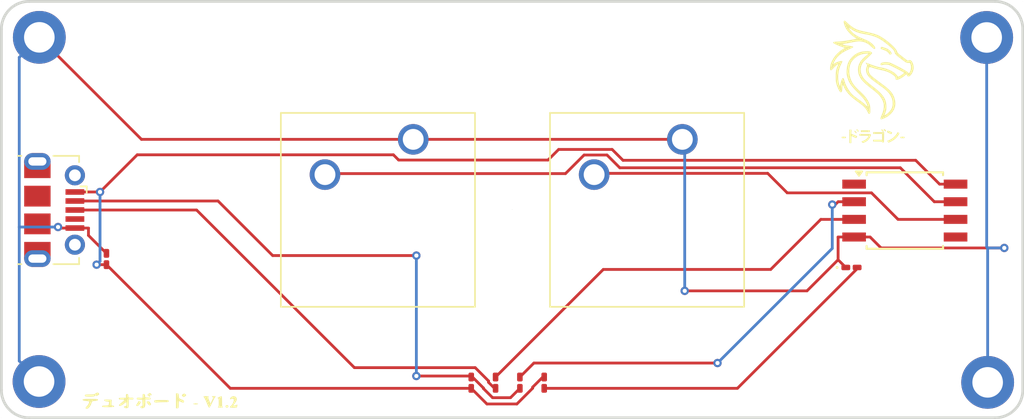
<source format=kicad_pcb>
(kicad_pcb (version 20240108) (generator "pcbnew") (generator_version "8.0")
  (title_block (title "DuoBoard - Layout") (date "2025-12-12") (company "Jannes W."))
  (layers (0 "F.Cu" signal) (31 "B.Cu" signal) (34 "B.Paste" user) (35 "F.Paste" user) (36 "B.SilkS" user "B.Silkscreen") (37 "F.SilkS" user "F.Silkscreen") (38 "B.Mask" user) (39 "F.Mask" user) (44 "Edge.Cuts" user))
  (net 0 "")
  (net 1 "+5V")
  (net 2 "GND")
  (net 3 "Net-(D1-A)")
  (net 7 "Net-(J1-D+)")
  (net 14 "Net-(J1-D-)")
  (net 15 "PB4")
  (net 16 "PB3")
  (net 19 "PB1")
  (net 20 "PB2")
  (footprint "Resistor_SMD:R_0201_0603Metric_Pad0.64x0.40mm_HandSolder" (layer "F.Cu") (at 147 119.40335 90)
    (property "Reference" "R3" (hide yes))
    (property "Value" "68" (hide yes))
    (pad "1" smd roundrect (at -0.4075 0 90) (size 0.635 0.4) (layers "F.Cu" "F.Mask") (net 14 "Net-(J1-D-)"))
    (pad "2" smd roundrect (at 0.4075 0 90) (size 0.635 0.4) (layers "F.Cu" "F.Mask") (net 16 "PB3"))
  )
  (footprint "LOGO" (layer "F.Cu") (at 121.61 121.01)
    (property "Reference" "G***" (hide yes))
    (property "Value" "LOGO" (hide yes))
  )
  (footprint "Resistor_SMD:R_0201_0603Metric_Pad0.64x0.40mm_HandSolder" (layer "F.Cu") (at 143.5 119.40335 90)
    (property "Reference" "R1" (hide yes))
    (property "Value" "1K" (hide yes))
    (pad "1" smd roundrect (at -0.4075 0 90) (size 0.635 0.4) (layers "F.Cu" "F.Mask") (net 1 "+5V"))
    (pad "2" smd roundrect (at 0.4075 0 90) (size 0.635 0.4) (layers "F.Cu" "F.Mask") (net 14 "Net-(J1-D-)"))
  )
  (footprint "Resistor_SMD:R_0201_0603Metric_Pad0.64x0.40mm_HandSolder" (layer "F.Cu") (at 145.25 119.40335 90)
    (property "Reference" "R2" (hide yes))
    (property "Value" "68" (hide yes))
    (pad "1" smd roundrect (at -0.4075 0 90) (size 0.635 0.4) (layers "F.Cu" "F.Mask") (net 7 "Net-(J1-D+)"))
    (pad "2" smd roundrect (at 0.4075 0 90) (size 0.635 0.4) (layers "F.Cu" "F.Mask") (net 15 "PB4"))
  )
  (footprint "Package_SO:SOIC-8W_5.3x5.3mm_P1.27mm" (layer "F.Cu") (at 174.7 107.00335)
    (property "Reference" "U1" (hide yes))
    (property "Value" "ATtiny85-20S" (hide yes))
    (pad "1" smd rect (at -3.65 -1.905) (size 1.7 0.65) (layers "F.Cu" "F.Paste" "F.Mask"))
    (pad "2" smd rect (at -3.65 -0.635) (size 1.7 0.65) (layers "F.Cu" "F.Paste" "F.Mask") (net 16 "PB3"))
    (pad "3" smd rect (at -3.65 0.635) (size 1.7 0.65) (layers "F.Cu" "F.Paste" "F.Mask") (net 15 "PB4"))
    (pad "4" smd rect (at -3.65 1.905) (size 1.7 0.65) (layers "F.Cu" "F.Paste" "F.Mask") (net 2 "GND"))
    (pad "5" smd rect (at 3.65 1.905) (size 1.7 0.65) (layers "F.Cu" "F.Paste" "F.Mask"))
    (pad "6" smd rect (at 3.65 0.635) (size 1.7 0.65) (layers "F.Cu" "F.Paste" "F.Mask") (net 19 "PB1"))
    (pad "7" smd rect (at 3.65 -0.635) (size 1.7 0.65) (layers "F.Cu" "F.Paste" "F.Mask") (net 20 "PB2"))
    (pad "8" smd rect (at 3.65 -1.905) (size 1.7 0.65) (layers "F.Cu" "F.Paste" "F.Mask") (net 1 "+5V"))
  )
  (footprint "LED_SMD:LED_0201_0603Metric_Pad0.64x0.40mm_HandSolder" (layer "F.Cu") (at 170.86 111.10335)
    (property "Reference" "D1" (hide yes))
    (property "Value" "LED" (hide yes))
    (pad "1" smd roundrect (at -0.4075 0) (size 0.635 0.4) (layers "F.Cu" "F.Mask") (net 2 "GND"))
    (pad "2" smd roundrect (at 0.4075 0) (size 0.635 0.4) (layers "F.Cu" "F.Mask") (net 3 "Net-(D1-A)"))
  )
  (footprint "LOGO" (layer "F.Cu") (at 172.42 97.63)
    (property "Reference" "G***" (hide yes))
    (property "Value" "LOGO" (hide yes))
  )
  (footprint "MountingHole:MountingHole_2.2mm_M2_DIN965_Pad" (layer "F.Cu") (at 112.42 94.52335)
    (property "Reference" "H2" (hide yes))
    (property "Value" "MountingHole_Pad" (hide yes))
    (pad "1" thru_hole circle (at 0 0) (size 3.8 3.8) (drill 2.2) (layers "*.Cu" "*.Mask") (net 2 "GND"))
  )
  (footprint "MountingHole:MountingHole_2.2mm_M2_DIN965_Pad" (layer "F.Cu") (at 112.4 119.32)
    (property "Reference" "H1" (hide yes))
    (property "Value" "MountingHole_Pad" (hide yes))
    (pad "1" thru_hole circle (at 0 0) (size 3.8 3.8) (drill 2.2) (layers "*.Cu" "*.Mask") (net 2 "GND"))
  )
  (footprint "MountingHole:MountingHole_2.2mm_M2_DIN965_Pad" (layer "F.Cu") (at 180.59 94.53335)
    (property "Reference" "H3" (hide yes))
    (property "Value" "MountingHole_Pad" (hide yes))
    (pad "1" thru_hole circle (at 0 0) (size 3.8 3.8) (drill 2.2) (layers "*.Cu" "*.Mask") (net 2 "GND"))
  )
  (footprint "Connector_USB:USB_Micro-B_Molex-105017-0001" (layer "F.Cu") (at 113.5175 106.96335 -90)
    (property "Reference" "J1" (hide yes))
    (property "Value" "USB_B_Micro" (hide yes))
    (pad "1" smd rect (at -1.3 -1.4625 270) (size 0.4 1.35) (layers "F.Cu" "F.Paste" "F.Mask") (net 1 "+5V"))
    (pad "2" smd rect (at -0.65 -1.4625 270) (size 0.4 1.35) (layers "F.Cu" "F.Paste" "F.Mask") (net 14 "Net-(J1-D-)"))
    (pad "3" smd rect (at 0 -1.4625 270) (size 0.4 1.35) (layers "F.Cu" "F.Paste" "F.Mask") (net 7 "Net-(J1-D+)"))
    (pad "4" smd rect (at 0.65 -1.4625 270) (size 0.4 1.35) (layers "F.Cu" "F.Paste" "F.Mask"))
    (pad "5" smd rect (at 1.3 -1.4625 270) (size 0.4 1.35) (layers "F.Cu" "F.Paste" "F.Mask") (net 2 "GND"))
    (pad "6" thru_hole oval (at -3.5 1.2375 90) (size 1.2 1.9) (drill oval 0.6 1.3) (layers "*.Cu" "*.Mask"))
    (pad "6" smd rect (at -2.9 1.2375 270) (size 1.2 1.9) (layers "F.Cu" "F.Mask"))
    (pad "6" thru_hole circle (at -2.5 -1.4625 270) (size 1.45 1.45) (drill 0.85) (layers "*.Cu" "*.Mask"))
    (pad "6" smd rect (at -1 1.2375 270) (size 1.5 1.9) (layers "F.Cu" "F.Paste" "F.Mask"))
    (pad "6" smd rect (at 1 1.2375 270) (size 1.5 1.9) (layers "F.Cu" "F.Paste" "F.Mask"))
    (pad "6" thru_hole circle (at 2.5 -1.4625 270) (size 1.45 1.45) (drill 0.85) (layers "*.Cu" "*.Mask"))
    (pad "6" smd rect (at 2.9 1.2375 270) (size 1.2 1.9) (layers "F.Cu" "F.Mask"))
    (pad "6" thru_hole oval (at 3.5 1.2375 270) (size 1.2 1.9) (drill oval 0.6 1.3) (layers "*.Cu" "*.Mask"))
  )
  (footprint "MountingHole:MountingHole_2.2mm_M2_DIN965_Pad" (layer "F.Cu") (at 180.66 119.38)
    (property "Reference" "H4" (hide yes))
    (property "Value" "MountingHole_Pad" (hide yes))
    (pad "1" thru_hole circle (at 0 0) (size 3.8 3.8) (drill 2.2) (layers "*.Cu" "*.Mask") (net 2 "GND"))
  )
  (footprint "Capacitor_SMD:C_0201_0603Metric_Pad0.64x0.40mm_HandSolder" (layer "F.Cu") (at 117.25 110.49335 90)
    (property "Reference" "C1" (hide yes))
    (property "Value" "4.7u" (hide yes))
    (pad "1" smd roundrect (at -0.4075 0 90) (size 0.635 0.4) (layers "F.Cu" "F.Mask") (net 1 "+5V"))
    (pad "2" smd roundrect (at 0.4075 0 90) (size 0.635 0.4) (layers "F.Cu" "F.Mask") (net 2 "GND"))
  )
  (footprint "Button_Switch_Keyboard:SW_Cherry_MX_1.00u_PCB" (layer "F.Cu") (at 158.6925 101.87335)
    (property "Reference" "SW1" (hide yes))
    (property "Value" "SW_Push" (hide yes))
    (pad "" np_thru_hole circle (at -7.62 5.08) (size 1.7 1.7) (drill 1.7) (layers "*.Cu" "*.Mask"))
    (pad "" np_thru_hole circle (at -2.54 5.08) (size 4 4) (drill 4) (layers "*.Cu" "*.Mask"))
    (pad "" np_thru_hole circle (at 2.54 5.08) (size 1.7 1.7) (drill 1.7) (layers "*.Cu" "*.Mask"))
    (pad "1" thru_hole circle (at 0 0) (size 2.2 2.2) (drill 1.5) (layers "*.Cu" "*.Mask") (net 2 "GND"))
    (pad "2" thru_hole circle (at -6.35 2.54) (size 2.2 2.2) (drill 1.5) (layers "*.Cu" "*.Mask") (net 19 "PB1"))
  )
  (footprint "Resistor_SMD:R_0201_0603Metric_Pad0.64x0.40mm_HandSolder" (layer "F.Cu") (at 148.75 119.40335 90)
    (property "Reference" "R4" (hide yes))
    (property "Value" "1K" (hide yes))
    (pad "1" smd roundrect (at -0.4075 0 90) (size 0.635 0.4) (layers "F.Cu" "F.Mask") (net 3 "Net-(D1-A)"))
    (pad "2" smd roundrect (at 0.4075 0 90) (size 0.635 0.4) (layers "F.Cu" "F.Mask") (net 1 "+5V"))
  )
  (footprint "Button_Switch_Keyboard:SW_Cherry_MX_1.00u_PCB" (layer "F.Cu") (at 139.325 101.87335)
    (property "Reference" "SW2" (hide yes))
    (property "Value" "SW_Push" (hide yes))
    (pad "" np_thru_hole circle (at -7.62 5.08) (size 1.7 1.7) (drill 1.7) (layers "*.Cu" "*.Mask"))
    (pad "" np_thru_hole circle (at -2.54 5.08) (size 4 4) (drill 4) (layers "*.Cu" "*.Mask"))
    (pad "" np_thru_hole circle (at 2.54 5.08) (size 1.7 1.7) (drill 1.7) (layers "*.Cu" "*.Mask"))
    (pad "1" thru_hole circle (at 0 0) (size 2.2 2.2) (drill 1.5) (layers "*.Cu" "*.Mask") (net 2 "GND"))
    (pad "2" thru_hole circle (at -6.35 2.54) (size 2.2 2.2) (drill 1.5) (layers "*.Cu" "*.Mask") (net 20 "PB2"))
  )
  (gr_line (start 111.689998 91.93335) (end 181.19 91.93335) (stroke (width 0.2)) (layer "Edge.Cuts"))
  (gr_circle (center 109.69 91.93335) (end 109.7 91.93335) (stroke (width 0.0001)) (fill solid) (layer "Edge.Cuts"))
  (gr_arc (start 109.69 93.933348) (mid 110.275786 92.519136) (end 111.689998 91.93335) (stroke (width 0.2)) (layer "Edge.Cuts"))
  (gr_circle (center 109.69 121.93335) (end 109.7 121.93335) (stroke (width 0.0001)) (fill solid) (layer "Edge.Cuts"))
  (gr_line (start 183.19 93.93335) (end 183.19 119.93335) (stroke (width 0.2)) (layer "Edge.Cuts"))
  (gr_circle (center 146.44 106.93335) (end 146.45 106.93335) (stroke (width 0.0001)) (fill solid) (layer "Edge.Cuts"))
  (gr_line (start 109.69 119.933352) (end 109.69 93.933348) (stroke (width 0.2)) (layer "Edge.Cuts"))
  (gr_line (start 181.19 121.93335) (end 111.689998 121.93335) (stroke (width 0.2)) (layer "Edge.Cuts"))
  (gr_arc (start 111.689998 121.93335) (mid 110.275786 121.347564) (end 109.69 119.933352) (stroke (width 0.2)) (layer "Edge.Cuts"))
  (gr_arc (start 181.19 91.93335) (mid 182.604214 92.519136) (end 183.19 93.93335) (stroke (width 0.2)) (layer "Edge.Cuts"))
  (gr_circle (center 146.44 106.93335) (end 146.45 106.93335) (stroke (width 0.0001)) (fill solid) (layer "Edge.Cuts"))
  (gr_circle (center 146.44 106.93335) (end 146.45 106.93335) (stroke (width 0.0001)) (fill solid) (layer "Edge.Cuts"))
  (gr_arc (start 183.19 119.93335) (mid 182.604214 121.347564) (end 181.19 121.93335) (stroke (width 0.2)) (layer "Edge.Cuts"))
  (gr_circle (center 183.19 91.93335) (end 183.2 91.93335) (stroke (width 0.0001)) (fill solid) (layer "Edge.Cuts"))
  (segment (start 117.25 110.90085) (end 116.5416 110.90085) (width 0.2) (layer "F.Cu") (net 1))
  (segment (start 144.6259 120.93675) (end 146.7837 120.93675) (width 0.2) (layer "F.Cu") (net 1))
  (segment (start 149.0257 103.36385) (end 138.2755 103.36385) (width 0.2) (layer "F.Cu") (net 1))
  (segment (start 147.9216 119.72305) (end 148.6488 118.99585) (width 0.2) (layer "F.Cu") (net 1))
  (segment (start 137.8983 102.98665) (end 119.4643 102.98665) (width 0.2) (layer "F.Cu") (net 1))
  (segment (start 114.98 105.66335) (end 116.7876 105.66335) (width 0.2) (layer "F.Cu") (net 1))
  (segment (start 146.7837 120.93675) (end 147.9216 119.79885) (width 0.2) (layer "F.Cu") (net 1))
  (segment (start 117.25 110.90085) (end 126.16 119.81085) (width 0.2) (layer "F.Cu") (net 1))
  (segment (start 147.9216 119.79885) (end 147.9216 119.72305) (width 0.2) (layer "F.Cu") (net 1))
  (segment (start 178.35 105.09835) (end 177.1983 105.09835) (width 0.2) (layer "F.Cu") (net 1))
  (segment (start 177.1983 105.09835) (end 175.482 103.38205) (width 0.2) (layer "F.Cu") (net 1))
  (segment (start 148.6488 118.99585) (end 148.75 118.99585) (width 0.2) (layer "F.Cu") (net 1))
  (segment (start 143.5 119.81085) (end 144.6259 120.93675) (width 0.2) (layer "F.Cu") (net 1))
  (segment (start 154.4192 103.38205) (end 153.6365 102.59935) (width 0.2) (layer "F.Cu") (net 1))
  (segment (start 175.482 103.38205) (end 154.4192 103.38205) (width 0.2) (layer "F.Cu") (net 1))
  (segment (start 119.4643 102.98665) (end 116.7876 105.66335) (width 0.2) (layer "F.Cu") (net 1))
  (segment (start 149.7902 102.59935) (end 149.0257 103.36385) (width 0.2) (layer "F.Cu") (net 1))
  (segment (start 138.2755 103.36385) (end 137.8983 102.98665) (width 0.2) (layer "F.Cu") (net 1))
  (segment (start 153.6365 102.59935) (end 149.7902 102.59935) (width 0.2) (layer "F.Cu") (net 1))
  (segment (start 126.16 119.81085) (end 143.5 119.81085) (width 0.2) (layer "F.Cu") (net 1))
  (via (at 116.7876 105.66335) (size 0.6) (drill 0.3) (layers "F.Cu" "B.Cu") (net 1))
  (via (at 116.5416 110.90085) (size 0.6) (drill 0.3) (layers "F.Cu" "B.Cu") (net 1))
  (segment (start 116.7876 110.65485) (end 116.7876 105.66335) (width 0.2) (layer "B.Cu") (net 1))
  (segment (start 116.5416 110.90085) (end 116.7876 110.65485) (width 0.2) (layer "B.Cu") (net 1))
  (segment (start 114.98 108.26335) (end 115.9567 108.26335) (width 0.2) (layer "F.Cu") (net 2))
  (segment (start 172.99 109.69665) (end 172.2017 108.90835) (width 0.2) (layer "F.Cu") (net 2))
  (segment (start 171.05 108.90835) (end 169.8983 108.90835) (width 0.2) (layer "F.Cu") (net 2))
  (segment (start 169.8983 110.54915) (end 169.8983 108.90835) (width 0.2) (layer "F.Cu") (net 2))
  (segment (start 115.9567 108.26335) (end 115.9567 108.79255) (width 0.2) (layer "F.Cu") (net 2))
  (segment (start 115.9567 108.79255) (end 117.25 110.08585) (width 0.2) (layer "F.Cu") (net 2))
  (segment (start 113.929 108.18905) (end 114.0033 108.26335) (width 0.2) (layer "F.Cu") (net 2))
  (segment (start 170.4525 111.10335) (end 169.8983 110.54915) (width 0.2) (layer "F.Cu") (net 2))
  (segment (start 114.9634 108.26335) (end 114.0033 108.26335) (width 0.2) (layer "F.Cu") (net 2))
  (segment (start 119.77 101.87335) (end 139.325 101.87335) (width 0.2) (layer "F.Cu") (net 2))
  (segment (start 114.9634 108.26335) (end 114.98 108.26335) (width 0.2) (layer "F.Cu") (net 2))
  (segment (start 113.7675 108.18905) (end 113.929 108.18905) (width 0.2) (layer "F.Cu") (net 2))
  (segment (start 158.6925 101.87335) (end 139.325 101.87335) (width 0.2) (layer "F.Cu") (net 2))
  (segment (start 169.8983 110.54915) (end 167.659 112.78845) (width 0.2) (layer "F.Cu") (net 2))
  (segment (start 112.42 94.52335) (end 119.77 101.87335) (width 0.2) (layer "F.Cu") (net 2))
  (segment (start 167.659 112.78845) (end 158.8607 112.78845) (width 0.2) (layer "F.Cu") (net 2))
  (segment (start 171.05 108.90835) (end 172.2017 108.90835) (width 0.2) (layer "F.Cu") (net 2))
  (segment (start 181.857 109.69665) (end 172.99 109.69665) (width 0.2) (layer "F.Cu") (net 2))
  (via (at 181.857 109.69665) (size 0.6) (drill 0.3) (layers "F.Cu" "B.Cu") (net 2))
  (via (at 158.8607 112.78845) (size 0.6) (drill 0.3) (layers "F.Cu" "B.Cu") (net 2))
  (via (at 113.7675 108.18905) (size 0.6) (drill 0.3) (layers "F.Cu" "B.Cu") (net 2))
  (segment (start 180.59 94.53335) (end 180.59 109.62665) (width 0.2) (layer "B.Cu") (net 2))
  (segment (start 158.8607 102.04155) (end 158.8607 112.78845) (width 0.2) (layer "B.Cu") (net 2))
  (segment (start 180.66 109.69665) (end 181.857 109.69665) (width 0.2) (layer "B.Cu") (net 2))
  (segment (start 180.66 109.69665) (end 180.66 119.36335) (width 0.2) (layer "B.Cu") (net 2))
  (segment (start 110.9755 108.18905) (end 113.7675 108.18905) (width 0.2) (layer "B.Cu") (net 2))
  (segment (start 110.9755 108.18905) (end 110.9755 95.96785) (width 0.2) (layer "B.Cu") (net 2))
  (segment (start 180.59 109.62665) (end 180.66 109.69665) (width 0.2) (layer "B.Cu") (net 2))
  (segment (start 112.41 119.27335) (end 110.9755 117.83885) (width 0.2) (layer "B.Cu") (net 2))
  (segment (start 158.6925 101.87335) (end 158.8607 102.04155) (width 0.2) (layer "B.Cu") (net 2))
  (segment (start 110.9755 117.83885) (end 110.9755 108.18905) (width 0.2) (layer "B.Cu") (net 2))
  (segment (start 110.9755 95.96785) (end 112.42 94.52335) (width 0.2) (layer "B.Cu") (net 2))
  (segment (start 162.6518 119.81085) (end 148.75 119.81085) (width 0.2) (layer "F.Cu") (net 3))
  (segment (start 171.2675 111.19515) (end 162.6518 119.81085) (width 0.2) (layer "F.Cu") (net 3))
  (segment (start 171.2675 111.10335) (end 171.2675 111.19515) (width 0.2) (layer "F.Cu") (net 3))
  (segment (start 123.7344 106.96335) (end 114.98 106.96335) (width 0.2) (layer "F.Cu") (net 7))
  (segment (start 135.0923 118.32125) (end 123.7344 106.96335) (width 0.2) (layer "F.Cu") (net 7))
  (segment (start 144.7479 119.28385) (end 143.7853 118.32125) (width 0.2) (layer "F.Cu") (net 7))
  (segment (start 145.25 119.81085) (end 145.1788 119.81085) (width 0.2) (layer "F.Cu") (net 7))
  (segment (start 143.7853 118.32125) (end 135.0923 118.32125) (width 0.2) (layer "F.Cu") (net 7))
  (segment (start 145.1788 119.81085) (end 144.7479 119.37995) (width 0.2) (layer "F.Cu") (net 7))
  (segment (start 144.7479 119.37995) (end 144.7479 119.28385) (width 0.2) (layer "F.Cu") (net 7))
  (segment (start 143.5 118.99585) (end 143.4271 118.92295) (width 0.2) (layer "F.Cu") (net 14))
  (segment (start 145.0362 120.48515) (end 144.375 119.82395) (width 0.2) (layer "F.Cu") (net 14))
  (segment (start 144.375 119.82395) (end 144.375 119.78485) (width 0.2) (layer "F.Cu") (net 14))
  (segment (start 147 119.81085) (end 146.3257 120.48515) (width 0.2) (layer "F.Cu") (net 14))
  (segment (start 144.375 119.78485) (end 143.586 118.99585) (width 0.2) (layer "F.Cu") (net 14))
  (segment (start 129.2124 110.24555) (end 139.5508 110.24555) (width 0.2) (layer "F.Cu") (net 14))
  (segment (start 114.98 106.31335) (end 125.2802 106.31335) (width 0.2) (layer "F.Cu") (net 14))
  (segment (start 125.2802 106.31335) (end 129.2124 110.24555) (width 0.2) (layer "F.Cu") (net 14))
  (segment (start 143.586 118.99585) (end 143.5 118.99585) (width 0.2) (layer "F.Cu") (net 14))
  (segment (start 143.4271 118.92295) (end 139.5508 118.92295) (width 0.2) (layer "F.Cu") (net 14))
  (segment (start 146.3257 120.48515) (end 145.0362 120.48515) (width 0.2) (layer "F.Cu") (net 14))
  (via (at 139.5508 118.92295) (size 0.6) (drill 0.3) (layers "F.Cu" "B.Cu") (net 14))
  (via (at 139.5508 110.24555) (size 0.6) (drill 0.3) (layers "F.Cu" "B.Cu") (net 14))
  (segment (start 139.5508 110.24555) (end 139.5508 118.92295) (width 0.2) (layer "B.Cu") (net 14))
  (segment (start 153.0009 111.24495) (end 165.0499 111.24495) (width 0.2) (layer "F.Cu") (net 15))
  (segment (start 168.6565 107.63835) (end 171.05 107.63835) (width 0.2) (layer "F.Cu") (net 15))
  (segment (start 145.25 118.99585) (end 153.0009 111.24495) (width 0.2) (layer "F.Cu") (net 15))
  (segment (start 165.0499 111.24495) (end 168.6565 107.63835) (width 0.2) (layer "F.Cu") (net 15))
  (segment (start 148.0081 117.98775) (end 161.22 117.98775) (width 0.2) (layer "F.Cu") (net 16))
  (segment (start 171.05 106.36835) (end 169.8983 106.36835) (width 0.2) (layer "F.Cu") (net 16))
  (segment (start 169.6949 106.57175) (end 169.8983 106.36835) (width 0.2) (layer "F.Cu") (net 16))
  (segment (start 147 118.99585) (end 148.0081 117.98775) (width 0.2) (layer "F.Cu") (net 16))
  (segment (start 169.4783 106.57175) (end 169.6949 106.57175) (width 0.2) (layer "F.Cu") (net 16))
  (via (at 161.22 117.98775) (size 0.6) (drill 0.3) (layers "F.Cu" "B.Cu") (net 16))
  (via (at 169.4783 106.57175) (size 0.6) (drill 0.3) (layers "F.Cu" "B.Cu") (net 16))
  (segment (start 169.4783 109.72945) (end 169.4783 106.57175) (width 0.2) (layer "B.Cu") (net 16))
  (segment (start 161.22 117.98775) (end 169.4783 109.72945) (width 0.2) (layer "B.Cu") (net 16))
  (segment (start 152.3425 104.41335) (end 152.4326 104.32325) (width 0.2) (layer "F.Cu") (net 19))
  (segment (start 172.3025 105.73025) (end 174.2106 107.63835) (width 0.2) (layer "F.Cu") (net 19))
  (segment (start 174.2106 107.63835) (end 178.35 107.63835) (width 0.2) (layer "F.Cu") (net 19))
  (segment (start 164.834 104.32325) (end 166.241 105.73025) (width 0.2) (layer "F.Cu") (net 19))
  (segment (start 166.241 105.73025) (end 172.3025 105.73025) (width 0.2) (layer "F.Cu") (net 19))
  (segment (start 152.4326 104.32325) (end 164.834 104.32325) (width 0.2) (layer "F.Cu") (net 19))
  (segment (start 154.1907 103.92155) (end 153.2702 103.00105) (width 0.2) (layer "F.Cu") (net 20))
  (segment (start 133.0487 104.33965) (end 132.975 104.41335) (width 0.2) (layer "F.Cu") (net 20))
  (segment (start 153.2702 103.00105) (end 151.6201 103.00105) (width 0.2) (layer "F.Cu") (net 20))
  (segment (start 178.35 106.36835) (end 176.8221 106.36835) (width 0.2) (layer "F.Cu") (net 20))
  (segment (start 176.8221 106.36835) (end 174.3753 103.92155) (width 0.2) (layer "F.Cu") (net 20))
  (segment (start 150.2815 104.33965) (end 133.0487 104.33965) (width 0.2) (layer "F.Cu") (net 20))
  (segment (start 174.3753 103.92155) (end 154.1907 103.92155) (width 0.2) (layer "F.Cu") (net 20))
  (segment (start 151.6201 103.00105) (end 150.2815 104.33965) (width 0.2) (layer "F.Cu") (net 20))
)
</source>
